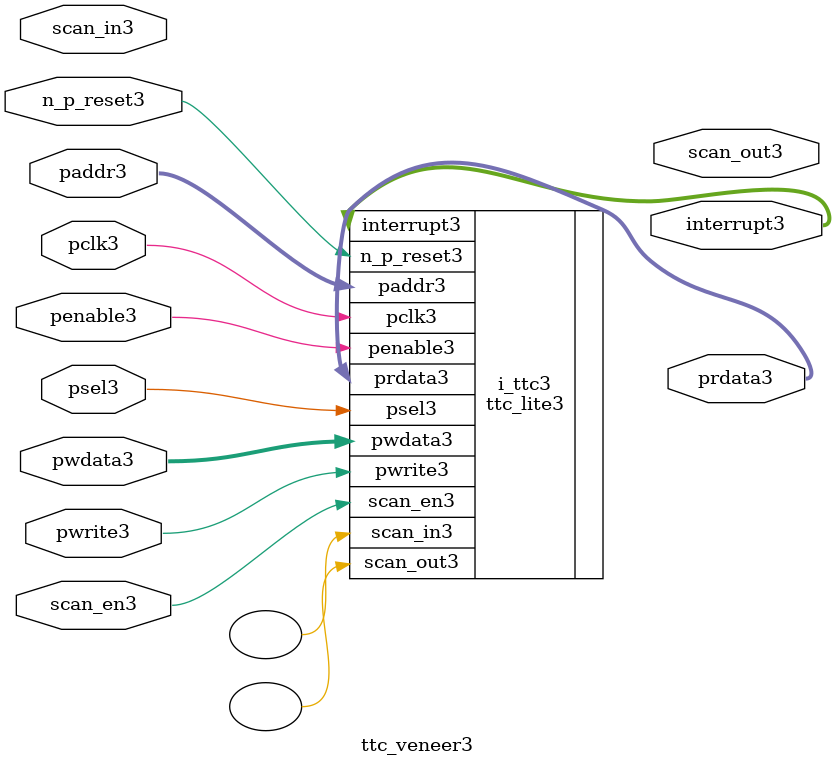
<source format=v>
module ttc_veneer3 (
           
           //inputs3
           n_p_reset3,
           pclk3,
           psel3,
           penable3,
           pwrite3,
           pwdata3,
           paddr3,
           scan_in3,
           scan_en3,

           //outputs3
           prdata3,
           interrupt3,
           scan_out3           

           );


//-----------------------------------------------------------------------------
// PORT DECLARATIONS3
//-----------------------------------------------------------------------------

   input         n_p_reset3;            //System3 Reset3
   input         pclk3;                 //System3 clock3
   input         psel3;                 //Select3 line
   input         penable3;              //Enable3
   input         pwrite3;               //Write line, 1 for write, 0 for read
   input [31:0]  pwdata3;               //Write data
   input [7:0]   paddr3;                //Address Bus3 register
   input         scan_in3;              //Scan3 chain3 input port
   input         scan_en3;              //Scan3 chain3 enable port
   
   output [31:0] prdata3;               //Read Data from the APB3 Interface3
   output [3:1]  interrupt3;            //Interrupt3 from PCI3 
   output        scan_out3;             //Scan3 chain3 output port

//##############################################################################
// if the TTC3 is NOT3 black3 boxed3 
//##############################################################################
`ifndef FV_KIT_BLACK_BOX_TTC3 

ttc_lite3 i_ttc3(

   //inputs3
   .n_p_reset3(n_p_reset3),
   .pclk3(pclk3),
   .psel3(psel3),
   .penable3(penable3),
   .pwrite3(pwrite3),
   .pwdata3(pwdata3),
   .paddr3(paddr3),
   .scan_in3(),
   .scan_en3(scan_en3),

   //outputs3
   .prdata3(prdata3),
   .interrupt3(interrupt3),
   .scan_out3()
);

`else 
//##############################################################################
// if the TTC3 is black3 boxed3 
//##############################################################################

   wire          n_p_reset3;            //System3 Reset3
   wire          pclk3;                 //System3 clock3
   wire          psel3;                 //Select3 line
   wire          penable3;              //Enable3
   wire          pwrite3;               //Write line, 1 for write, 0 for read
   wire  [31:0]  pwdata3;               //Write data
   wire  [7:0]   paddr3;                //Address Bus3 register
   wire          scan_in3;              //Scan3 chain3 wire  port
   wire          scan_en3;              //Scan3 chain3 enable port
   
   reg    [31:0] prdata3;               //Read Data from the APB3 Interface3
   reg    [3:1]  interrupt3;            //Interrupt3 from PCI3 
   reg           scan_out3;             //Scan3 chain3 reg    port

`endif
//##############################################################################
// black3 boxed3 defines3 
//##############################################################################

endmodule

</source>
